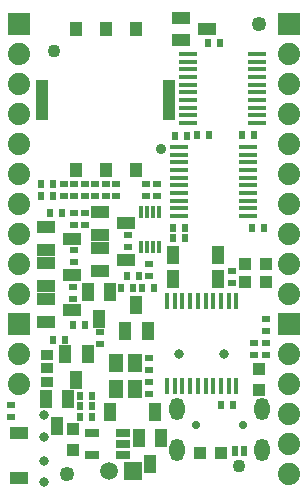
<source format=gbr>
G04 #@! TF.GenerationSoftware,KiCad,Pcbnew,5.1.6-c6e7f7d~87~ubuntu18.04.1*
G04 #@! TF.CreationDate,2021-11-02T16:25:14+02:00*
G04 #@! TF.ProjectId,NB-IoT-DevKit_Rev_D,4e422d49-6f54-42d4-9465-764b69745f52,D*
G04 #@! TF.SameCoordinates,Original*
G04 #@! TF.FileFunction,Soldermask,Bot*
G04 #@! TF.FilePolarity,Negative*
%FSLAX46Y46*%
G04 Gerber Fmt 4.6, Leading zero omitted, Abs format (unit mm)*
G04 Created by KiCad (PCBNEW 5.1.6-c6e7f7d~87~ubuntu18.04.1) date 2021-11-02 16:25:14*
%MOMM*%
%LPD*%
G01*
G04 APERTURE LIST*
%ADD10R,0.351600X1.101600*%
%ADD11C,1.501600*%
%ADD12R,1.501600X1.501600*%
%ADD13C,0.801600*%
%ADD14C,0.901600*%
%ADD15C,1.101600*%
%ADD16R,1.101600X3.391600*%
%ADD17R,1.001600X1.201600*%
%ADD18C,0.701600*%
%ADD19O,1.301600X1.901600*%
%ADD20R,1.501600X1.101600*%
%ADD21R,0.651600X0.601600*%
%ADD22R,0.601600X0.651600*%
%ADD23R,1.101600X1.501600*%
%ADD24R,0.609600X0.863600*%
%ADD25R,1.117600X1.117600*%
%ADD26C,1.879600*%
%ADD27R,1.879600X1.879600*%
%ADD28R,1.501600X0.451600*%
%ADD29R,0.426600X1.371600*%
%ADD30R,1.117600X0.863600*%
%ADD31C,1.254000*%
%ADD32R,1.301600X1.501600*%
%ADD33R,1.301600X0.651600*%
G04 APERTURE END LIST*
D10*
X142442500Y-81129000D03*
X142942500Y-81129000D03*
X143442500Y-81129000D03*
X143942500Y-81129000D03*
X143942500Y-78129000D03*
X143442500Y-78129000D03*
X142942500Y-78129000D03*
X142442500Y-78129000D03*
D11*
X139715240Y-100058220D03*
D12*
X141744700Y-100055680D03*
D13*
X145669000Y-90170000D03*
X149479000Y-90170000D03*
D14*
X144106000Y-72793500D03*
D15*
X135106000Y-64493500D03*
D16*
X134061000Y-68643500D03*
X144804000Y-68643500D03*
D17*
X139446000Y-74623500D03*
X136906000Y-74623500D03*
X141986000Y-74623500D03*
X136906000Y-62673500D03*
X139446000Y-62673500D03*
X141986000Y-62673500D03*
D18*
X147098000Y-96144000D03*
X151098000Y-96144000D03*
D19*
X145498000Y-98294000D03*
X145498000Y-94824000D03*
X152698000Y-94824000D03*
X152698000Y-98294000D03*
D13*
X134239000Y-95366000D03*
X134239000Y-97166000D03*
D20*
X138973560Y-83118960D03*
X138973560Y-81216500D03*
X141183360Y-82171540D03*
D21*
X137668000Y-79248000D03*
X137668000Y-78232000D03*
D22*
X138303000Y-93726000D03*
X137287000Y-93726000D03*
X146304000Y-71691500D03*
X145288000Y-71691500D03*
X134747000Y-78232000D03*
X135763000Y-78232000D03*
X137287000Y-94615000D03*
X138303000Y-94615000D03*
X149098000Y-63817500D03*
X148082000Y-63817500D03*
X140779500Y-84582000D03*
X141795500Y-84582000D03*
D23*
X148966000Y-83820000D03*
X145166000Y-83820000D03*
X148966000Y-81788000D03*
X145166000Y-81788000D03*
D20*
X141138000Y-79121000D03*
X138938000Y-78171000D03*
X138938000Y-80071000D03*
D24*
X151130000Y-98425000D03*
X150368000Y-98425000D03*
D25*
X147447000Y-98552000D03*
X149225000Y-98552000D03*
D21*
X136715500Y-84518500D03*
X136715500Y-85534500D03*
D22*
X145161000Y-80391000D03*
X146177000Y-80391000D03*
D26*
X154940000Y-69850000D03*
X154940000Y-67310000D03*
X154940000Y-64770000D03*
D27*
X154940000Y-62230000D03*
D26*
X154940000Y-72390000D03*
X154940000Y-74930000D03*
X154940000Y-80010000D03*
X154940000Y-77470000D03*
X154940000Y-82550000D03*
X154940000Y-85090000D03*
X154940000Y-95250000D03*
X154940000Y-92710000D03*
X154940000Y-90170000D03*
D27*
X154940000Y-87630000D03*
D26*
X154940000Y-97790000D03*
X154940000Y-100330000D03*
X132080000Y-92710000D03*
X132080000Y-90170000D03*
D27*
X132080000Y-87630000D03*
D26*
X132080000Y-69850000D03*
X132080000Y-67310000D03*
X132080000Y-64770000D03*
D27*
X132080000Y-62230000D03*
D26*
X132080000Y-72390000D03*
X132080000Y-74930000D03*
X132080000Y-80010000D03*
X132080000Y-77470000D03*
X132080000Y-82550000D03*
X132080000Y-85090000D03*
D28*
X152252000Y-64766000D03*
X152252000Y-65416000D03*
X152252000Y-66066000D03*
X152252000Y-66716000D03*
X152252000Y-67366000D03*
X152252000Y-68016000D03*
X152252000Y-68666000D03*
X152252000Y-69316000D03*
X152252000Y-69966000D03*
X152252000Y-70616000D03*
X146452000Y-70616000D03*
X146452000Y-69966000D03*
X146452000Y-69316000D03*
X146452000Y-68666000D03*
X146452000Y-68016000D03*
X146452000Y-67366000D03*
X146452000Y-66716000D03*
X146452000Y-66066000D03*
X146452000Y-65416000D03*
X146452000Y-64766000D03*
X151490000Y-72640000D03*
X151490000Y-73290000D03*
X151490000Y-73940000D03*
X151490000Y-74590000D03*
X151490000Y-75240000D03*
X151490000Y-75890000D03*
X151490000Y-76540000D03*
X151490000Y-77190000D03*
X151490000Y-77840000D03*
X151490000Y-78490000D03*
X145690000Y-78490000D03*
X145690000Y-77840000D03*
X145690000Y-77190000D03*
X145690000Y-76540000D03*
X145690000Y-75890000D03*
X145690000Y-75240000D03*
X145690000Y-74590000D03*
X145690000Y-73940000D03*
X145690000Y-73290000D03*
X145690000Y-72640000D03*
D29*
X150499000Y-92900500D03*
X149849000Y-92900500D03*
X149199000Y-92900500D03*
X148549000Y-92900500D03*
X147899000Y-92900500D03*
X147249000Y-92900500D03*
X146599000Y-92900500D03*
X145949000Y-92900500D03*
X145299000Y-92900500D03*
X144649000Y-92900500D03*
X144649000Y-85661500D03*
X145299000Y-85661500D03*
X145949000Y-85661500D03*
X146599000Y-85661500D03*
X147249000Y-85661500D03*
X147899000Y-85661500D03*
X148549000Y-85661500D03*
X149199000Y-85661500D03*
X149849000Y-85661500D03*
X150499000Y-85661500D03*
D23*
X142242540Y-97282000D03*
X144145000Y-97282000D03*
X143189960Y-99491800D03*
D30*
X134493000Y-90233500D03*
X134493000Y-91376500D03*
X134493000Y-92519500D03*
D21*
X136779000Y-78232000D03*
X136779000Y-79248000D03*
D25*
X136715500Y-96520000D03*
X136715500Y-98298000D03*
X153035000Y-84074000D03*
X151257000Y-84074000D03*
D22*
X150241000Y-94488000D03*
X149225000Y-94488000D03*
D21*
X143129000Y-90551000D03*
X143129000Y-91567000D03*
X143129000Y-93599000D03*
X143129000Y-92583000D03*
D22*
X143510000Y-84582000D03*
X142494000Y-84582000D03*
X145161000Y-79502000D03*
X146177000Y-79502000D03*
X152844500Y-79502000D03*
X151828500Y-79502000D03*
D25*
X151257000Y-82550000D03*
X153035000Y-82550000D03*
D22*
X147193000Y-71628000D03*
X148209000Y-71628000D03*
X152019000Y-71628000D03*
X151003000Y-71628000D03*
D21*
X140335000Y-76835000D03*
X140335000Y-75819000D03*
X138557000Y-75819000D03*
X138557000Y-76835000D03*
X137668000Y-75819000D03*
X137668000Y-76835000D03*
D22*
X135001000Y-75819000D03*
X133985000Y-75819000D03*
D20*
X132080000Y-96901000D03*
X132080000Y-100701000D03*
D23*
X139832000Y-95123000D03*
X143632000Y-95123000D03*
X136019540Y-90170000D03*
X137922000Y-90170000D03*
X136966960Y-92379800D03*
X134368540Y-94015560D03*
X136271000Y-94015560D03*
X135315960Y-96225360D03*
D20*
X134401560Y-81340960D03*
X134401560Y-79438500D03*
X136611360Y-80393540D03*
D31*
X152400000Y-62230000D03*
X136144000Y-100330000D03*
D15*
X150749000Y-99695000D03*
D13*
X134239000Y-99239500D03*
X134239000Y-101039500D03*
D32*
X140297000Y-90975000D03*
X141897000Y-93175000D03*
X140297000Y-93175000D03*
X141897000Y-90975000D03*
D21*
X139001500Y-88328500D03*
X139001500Y-89344500D03*
X131445000Y-95504000D03*
X131445000Y-94488000D03*
D22*
X137287000Y-95504000D03*
X138303000Y-95504000D03*
D21*
X136779000Y-82423000D03*
X136779000Y-81407000D03*
D22*
X135001000Y-88963500D03*
X136017000Y-88963500D03*
D21*
X152019000Y-89281000D03*
X152019000Y-90297000D03*
D22*
X136652000Y-87693500D03*
X137668000Y-87693500D03*
X142240000Y-83566000D03*
X141224000Y-83566000D03*
D21*
X141351000Y-81153000D03*
X141351000Y-80137000D03*
X150114000Y-83185000D03*
X150114000Y-84201000D03*
X142875000Y-75819000D03*
X142875000Y-76835000D03*
X143764000Y-75819000D03*
X143764000Y-76835000D03*
X153035000Y-88265000D03*
X153035000Y-87249000D03*
X153035000Y-89281000D03*
X153035000Y-90297000D03*
X143129000Y-83566000D03*
X143129000Y-82550000D03*
D22*
X135001000Y-76835000D03*
X133985000Y-76835000D03*
D21*
X139446000Y-76835000D03*
X139446000Y-75819000D03*
X136779000Y-76835000D03*
X136779000Y-75819000D03*
X135890000Y-76835000D03*
X135890000Y-75819000D03*
D23*
X137924540Y-84963000D03*
X139827000Y-84963000D03*
X138871960Y-87172800D03*
D20*
X134366000Y-84388960D03*
X134366000Y-82486500D03*
X136575800Y-83441540D03*
X134366000Y-87429340D03*
X134366000Y-85526880D03*
X136575800Y-86481920D03*
D23*
X142999460Y-88229440D03*
X141097000Y-88229440D03*
X142052040Y-86019640D03*
D20*
X145831560Y-63624460D03*
X145831560Y-61722000D03*
X148041360Y-62677040D03*
D33*
X140873000Y-96837500D03*
X140873000Y-97787500D03*
X140873000Y-98737500D03*
X138273000Y-96837500D03*
X138273000Y-98737500D03*
D25*
X152400000Y-91440000D03*
X152400000Y-93218000D03*
M02*

</source>
